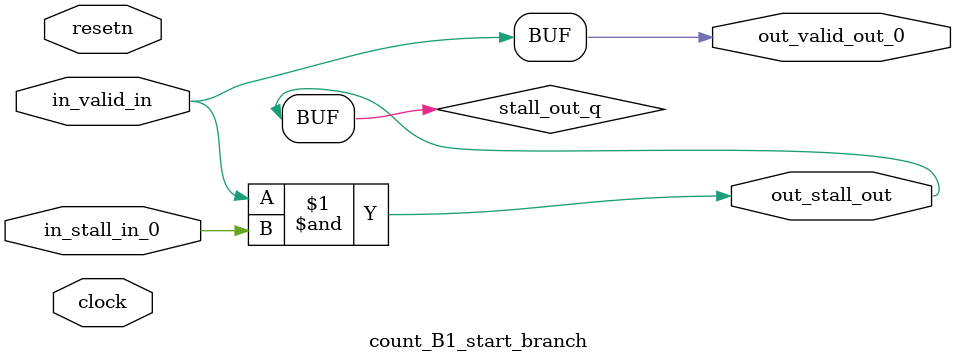
<source format=sv>



(* altera_attribute = "-name AUTO_SHIFT_REGISTER_RECOGNITION OFF; -name MESSAGE_DISABLE 10036; -name MESSAGE_DISABLE 10037; -name MESSAGE_DISABLE 14130; -name MESSAGE_DISABLE 14320; -name MESSAGE_DISABLE 15400; -name MESSAGE_DISABLE 14130; -name MESSAGE_DISABLE 10036; -name MESSAGE_DISABLE 12020; -name MESSAGE_DISABLE 12030; -name MESSAGE_DISABLE 12010; -name MESSAGE_DISABLE 12110; -name MESSAGE_DISABLE 14320; -name MESSAGE_DISABLE 13410; -name MESSAGE_DISABLE 113007; -name MESSAGE_DISABLE 10958" *)
module count_B1_start_branch (
    input wire [0:0] in_stall_in_0,
    input wire [0:0] in_valid_in,
    output wire [0:0] out_stall_out,
    output wire [0:0] out_valid_out_0,
    input wire clock,
    input wire resetn
    );

    wire [0:0] stall_out_q;


    // stall_out(LOGICAL,6)
    assign stall_out_q = in_valid_in & in_stall_in_0;

    // out_stall_out(GPOUT,4)
    assign out_stall_out = stall_out_q;

    // out_valid_out_0(GPOUT,5)
    assign out_valid_out_0 = in_valid_in;

endmodule

</source>
